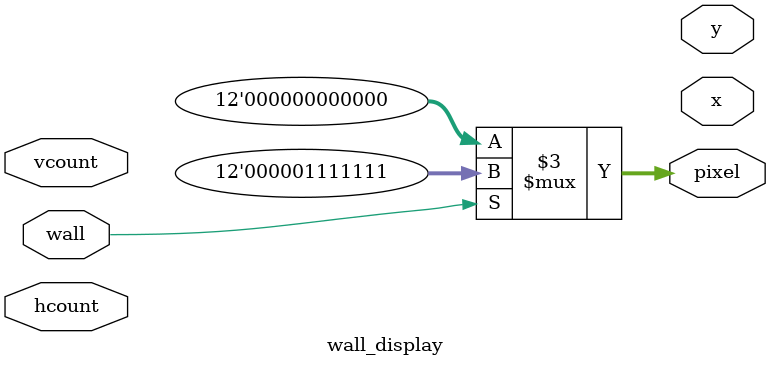
<source format=v>
`timescale 1ns / 1ps


module wall_display
    (input [10:0] hcount,
    input[9:0] vcount,
    input wall,
    output reg [11:0] pixel,
    output reg [4:0] x,y);
    
    always @ * begin
        if(wall) pixel = 12'h 0_7_F; //wall colour??
        else pixel = 0;
        
        //x=(hcount+1)/16;
        //y=(vcount)/16;
        
    end
    
endmodule
</source>
